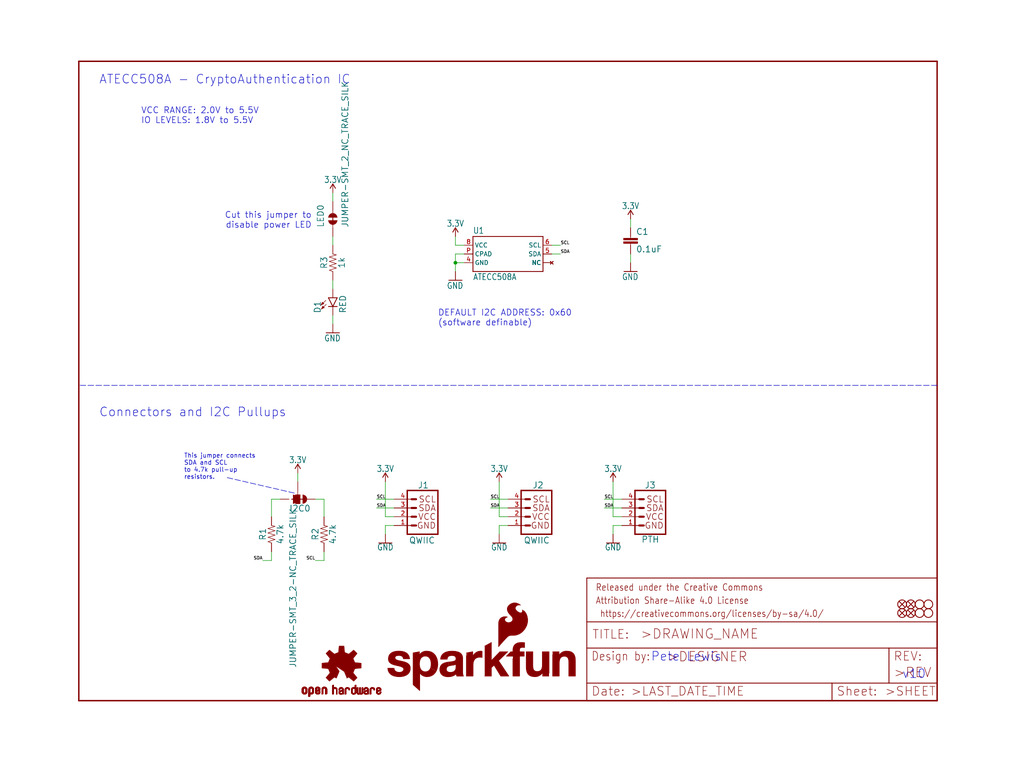
<source format=kicad_sch>
(kicad_sch (version 20211123) (generator eeschema)
  (paper "User" 297.002 223.926)
  (lib_symbols
    (symbol "schematicEagle-eagle-import:0.1UF-0603-25V-(+80{slash}-20%)"
      (property "Reference" "C" (at 1.524 2.921 0))
      (property "Value" "0.1UF-0603-25V-(+80{slash}-20%)" (at 1.524 -2.159 0))
      (symbol "0.1UF-0603-25V-(+80{slash}-20%)_1_0"
        (pin passive line (at 0 5.08 270) (length 2.54) (name "1") (number "1"))
        (pin passive line (at 0 -2.54 90) (length 2.54) (name "2") (number "2"))
      )
    )
    (symbol "schematicEagle-eagle-import:1KOHM-0603-1{slash}10W-1%"
      (property "Reference" "R" (at 0 1.524 0))
      (property "Value" "1KOHM-0603-1{slash}10W-1%" (at 0 -1.524 0))
      (symbol "1KOHM-0603-1{slash}10W-1%_1_0"
        (pin passive line (at -5.08 0 0) (length 2.54) (name "1") (number "1"))
        (pin passive line (at 5.08 0 180) (length 2.54) (name "2") (number "2"))
      )
    )
    (symbol "schematicEagle-eagle-import:3.3V" (power)
      (property "Value" "3.3V" (at 0 2.794 0))
      (symbol "3.3V_1_0"
        (pin power_in line (at 0 0 90) (length 2.54) (name "3.3V") (number "1"))
      )
    )
    (symbol "schematicEagle-eagle-import:4.7KOHM-0603-1{slash}10W-1%"
      (property "Reference" "R" (at 0 1.524 0))
      (property "Value" "4.7KOHM-0603-1{slash}10W-1%" (at 0 -1.524 0))
      (symbol "4.7KOHM-0603-1{slash}10W-1%_1_0"
        (pin passive line (at -5.08 0 0) (length 2.54) (name "1") (number "1"))
        (pin passive line (at 5.08 0 180) (length 2.54) (name "2") (number "2"))
      )
    )
    (symbol "schematicEagle-eagle-import:ATECC508AUDFN_2X3MM"
      (property "Reference" "ECC" (at -10.16 5.842 0))
      (property "Value" "ATECC508AUDFN_2X3MM" (at -10.16 -7.62 0))
      (symbol "ATECC508AUDFN_2X3MM_1_0"
        (pin no_connect line (at 12.7 -2.54 180) (length 2.54) (name "NC") (number "1"))
        (pin no_connect line (at 12.7 -2.54 180) (length 2.54) (name "NC") (number "2"))
        (pin no_connect line (at 12.7 -2.54 180) (length 2.54) (name "NC") (number "3"))
        (pin power_in line (at -12.7 -2.54 0) (length 2.54) (name "GND") (number "4"))
        (pin bidirectional line (at 12.7 0 180) (length 2.54) (name "SDA") (number "5"))
        (pin bidirectional line (at 12.7 2.54 180) (length 2.54) (name "SCL") (number "6"))
        (pin no_connect line (at 12.7 -2.54 180) (length 2.54) (name "NC") (number "7"))
        (pin power_in line (at -12.7 2.54 0) (length 2.54) (name "VCC") (number "8"))
        (pin power_in line (at -12.7 0 0) (length 2.54) (name "CPAD") (number "P"))
      )
    )
    (symbol "schematicEagle-eagle-import:FIDUCIAL1X2")
    (symbol "schematicEagle-eagle-import:FRAME-LETTER"
      (symbol "FRAME-LETTER_2_0"
        (text " https://creativecommons.org/licenses/by-sa/4.0/" (at 2.54 24.13 0) (effects (font (size 1.9304 1.6408)) (justify left bottom)))
        (text ">DESIGNER" (at 23.114 11.176 0) (effects (font (size 2.7432 2.7432)) (justify left bottom)))
        (text ">DRAWING_NAME" (at 15.494 17.78 0) (effects (font (size 2.7432 2.7432)) (justify left bottom)))
        (text ">LAST_DATE_TIME" (at 12.7 1.27 0) (effects (font (size 2.54 2.54)) (justify left bottom)))
        (text ">REV" (at 88.9 6.604 0) (effects (font (size 2.7432 2.7432)) (justify left bottom)))
        (text ">SHEET" (at 86.36 1.27 0) (effects (font (size 2.54 2.54)) (justify left bottom)))
        (text "Attribution Share-Alike 4.0 License" (at 2.54 27.94 0) (effects (font (size 1.9304 1.6408)) (justify left bottom)))
        (text "Date:" (at 1.27 1.27 0) (effects (font (size 2.54 2.54)) (justify left bottom)))
        (text "Design by:" (at 1.27 11.43 0) (effects (font (size 2.54 2.159)) (justify left bottom)))
        (text "Released under the Creative Commons" (at 2.54 31.75 0) (effects (font (size 1.9304 1.6408)) (justify left bottom)))
        (text "REV:" (at 88.9 11.43 0) (effects (font (size 2.54 2.54)) (justify left bottom)))
        (text "Sheet:" (at 72.39 1.27 0) (effects (font (size 2.54 2.54)) (justify left bottom)))
        (text "TITLE:" (at 1.524 17.78 0) (effects (font (size 2.54 2.54)) (justify left bottom)))
      )
    )
    (symbol "schematicEagle-eagle-import:GND" (power)
      (property "Value" "GND" (at 0 -0.254 0))
      (symbol "GND_1_0"
        (pin power_in line (at 0 2.54 270) (length 2.54) (name "GND") (number "1"))
      )
    )
    (symbol "schematicEagle-eagle-import:I2C_STANDARDQWIIC"
      (property "Reference" "J" (at -5.08 7.874 0))
      (property "Value" "I2C_STANDARDQWIIC" (at -5.08 -5.334 0))
      (symbol "I2C_STANDARDQWIIC_1_0"
        (text "GND" (at -4.572 -2.54 0) (effects (font (size 1.778 1.778)) (justify left)))
        (text "SCL" (at -4.572 5.08 0) (effects (font (size 1.778 1.778)) (justify left)))
        (text "SDA" (at -4.572 2.54 0) (effects (font (size 1.778 1.778)) (justify left)))
        (text "VCC" (at -4.572 0 0) (effects (font (size 1.778 1.778)) (justify left)))
        (pin power_in line (at 7.62 -2.54 180) (length 5.08) (name "1") (number "1"))
        (pin power_in line (at 7.62 0 180) (length 5.08) (name "2") (number "2"))
        (pin passive line (at 7.62 2.54 180) (length 5.08) (name "3") (number "3"))
        (pin passive line (at 7.62 5.08 180) (length 5.08) (name "4") (number "4"))
      )
    )
    (symbol "schematicEagle-eagle-import:I2C_STANDARD_NO_SILK"
      (property "Reference" "J" (at -5.08 7.874 0))
      (property "Value" "I2C_STANDARD_NO_SILK" (at -5.08 -5.334 0))
      (symbol "I2C_STANDARD_NO_SILK_1_0"
        (text "GND" (at -4.572 -2.54 0) (effects (font (size 1.778 1.778)) (justify left)))
        (text "SCL" (at -4.572 5.08 0) (effects (font (size 1.778 1.778)) (justify left)))
        (text "SDA" (at -4.572 2.54 0) (effects (font (size 1.778 1.778)) (justify left)))
        (text "VCC" (at -4.572 0 0) (effects (font (size 1.778 1.778)) (justify left)))
        (pin power_in line (at 7.62 -2.54 180) (length 5.08) (name "1") (number "1"))
        (pin power_in line (at 7.62 0 180) (length 5.08) (name "2") (number "2"))
        (pin passive line (at 7.62 2.54 180) (length 5.08) (name "3") (number "3"))
        (pin passive line (at 7.62 5.08 180) (length 5.08) (name "4") (number "4"))
      )
    )
    (symbol "schematicEagle-eagle-import:JUMPER-SMT_2_NC_TRACE_SILK"
      (property "Reference" "JP" (at -2.54 2.54 0))
      (property "Value" "JUMPER-SMT_2_NC_TRACE_SILK" (at -2.54 -2.54 0))
      (symbol "JUMPER-SMT_2_NC_TRACE_SILK_1_0"
        (pin passive line (at -5.08 0 0) (length 2.54) (name "1") (number "1"))
        (pin passive line (at 5.08 0 180) (length 2.54) (name "2") (number "2"))
      )
    )
    (symbol "schematicEagle-eagle-import:JUMPER-SMT_3_2-NC_TRACE_SILK"
      (property "Reference" "JP" (at 2.54 0.381 0))
      (property "Value" "JUMPER-SMT_3_2-NC_TRACE_SILK" (at 2.54 -0.381 0))
      (symbol "JUMPER-SMT_3_2-NC_TRACE_SILK_1_0"
        (pin passive line (at 0 5.08 270) (length 2.54) (name "1") (number "1"))
        (pin passive line (at -5.08 0 0) (length 2.54) (name "2") (number "2"))
        (pin passive line (at 0 -5.08 90) (length 2.54) (name "3") (number "3"))
      )
    )
    (symbol "schematicEagle-eagle-import:LED-RED0603"
      (property "Reference" "D" (at -3.429 -4.572 90))
      (property "Value" "LED-RED0603" (at 1.905 -4.572 90))
      (symbol "LED-RED0603_1_0"
        (pin passive line (at 0 2.54 270) (length 2.54) (name "A") (number "A"))
        (pin passive line (at 0 -5.08 90) (length 2.54) (name "C") (number "C"))
      )
    )
    (symbol "schematicEagle-eagle-import:OSHW-LOGOS")
    (symbol "schematicEagle-eagle-import:SFE_LOGO_NAME_FLAME.1_INCH")
    (symbol "schematicEagle-eagle-import:STAND-OFF")
  )
  (junction (at 132.08 76.2))
  (wire (pts (xy 177.8 149.86) (xy 177.8 139.7)))
  (wire (pts (xy 132.08 76.2) (xy 132.08 78.74)))
  (wire (pts (xy 177.8 152.4) (xy 177.8 154.94)))
  (wire (pts (xy 180.34 144.78) (xy 175.26 144.78)))
  (polyline (pts (xy 271.78 111.76) (xy 22.86 111.76)))
  (wire (pts (xy 96.52 68.58) (xy 96.52 71.12)))
  (polyline (pts (xy 85.344 143.002) (xy 65.532 138.43)))
  (wire (pts (xy 93.98 160.02) (xy 93.98 162.56)))
  (wire (pts (xy 132.08 73.66) (xy 132.08 76.2)))
  (wire (pts (xy 114.3 149.86) (xy 111.76 149.86)))
  (wire (pts (xy 147.32 149.86) (xy 144.78 149.86)))
  (wire (pts (xy 144.78 149.86) (xy 144.78 139.7)))
  (wire (pts (xy 93.98 144.78) (xy 91.44 144.78)))
  (wire (pts (xy 160.02 71.12) (xy 162.56 71.12)))
  (wire (pts (xy 147.32 144.78) (xy 142.24 144.78)))
  (wire (pts (xy 78.74 144.78) (xy 81.28 144.78)))
  (wire (pts (xy 180.34 149.86) (xy 177.8 149.86)))
  (wire (pts (xy 111.76 152.4) (xy 111.76 154.94)))
  (wire (pts (xy 114.3 152.4) (xy 111.76 152.4)))
  (wire (pts (xy 78.74 160.02) (xy 78.74 162.56)))
  (wire (pts (xy 78.74 149.86) (xy 78.74 144.78)))
  (wire (pts (xy 93.98 149.86) (xy 93.98 144.78)))
  (wire (pts (xy 114.3 147.32) (xy 109.22 147.32)))
  (wire (pts (xy 160.02 73.66) (xy 162.56 73.66)))
  (wire (pts (xy 132.08 71.12) (xy 132.08 68.58)))
  (wire (pts (xy 114.3 144.78) (xy 109.22 144.78)))
  (wire (pts (xy 147.32 147.32) (xy 142.24 147.32)))
  (wire (pts (xy 111.76 149.86) (xy 111.76 139.7)))
  (wire (pts (xy 86.36 137.16) (xy 86.36 139.7)))
  (wire (pts (xy 144.78 152.4) (xy 144.78 154.94)))
  (wire (pts (xy 134.62 76.2) (xy 132.08 76.2)))
  (wire (pts (xy 180.34 147.32) (xy 175.26 147.32)))
  (wire (pts (xy 134.62 71.12) (xy 132.08 71.12)))
  (wire (pts (xy 93.98 162.56) (xy 91.44 162.56)))
  (wire (pts (xy 96.52 55.88) (xy 96.52 58.42)))
  (wire (pts (xy 182.88 66.04) (xy 182.88 63.5)))
  (wire (pts (xy 182.88 76.2) (xy 182.88 73.66)))
  (wire (pts (xy 76.2 162.56) (xy 78.74 162.56)))
  (wire (pts (xy 96.52 81.28) (xy 96.52 83.82)))
  (wire (pts (xy 180.34 152.4) (xy 177.8 152.4)))
  (wire (pts (xy 147.32 152.4) (xy 144.78 152.4)))
  (wire (pts (xy 134.62 73.66) (xy 132.08 73.66)))
  (wire (pts (xy 96.52 91.44) (xy 96.52 93.98)))
  (text "VCC RANGE: 2.0V to 5.5V\nIO LEVELS: 1.8V to 5.5V" (at 40.894 36.068 180) (effects (font (size 1.778 1.778)) (justify left bottom)))
  (text "Pete Lewis" (at 188.722 192.024 180) (effects (font (size 2.54 2.54)) (justify left bottom)))
  (text "ATECC508A - CryptoAuthentication IC" (at 28.702 24.638 180) (effects (font (size 2.54 2.54)) (justify left bottom)))
  (text "Cut this jumper to\ndisable power LED" (at 90.424 61.468 180) (effects (font (size 1.778 1.778)) (justify right top)))
  (text "DEFAULT I2C ADDRESS: 0x60\n(software definable)" (at 127 94.742 180) (effects (font (size 1.778 1.778)) (justify left bottom)))
  (text "Connectors and I2C Pullups" (at 28.702 121.158 180) (effects (font (size 2.54 2.54)) (justify left bottom)))
  (text "v10" (at 261.62 195.58 180) (effects (font (size 2.54 2.54)) (justify left)))
  (text "This jumper connects\nSDA and SCL\nto 4.7k pull-up\nresistors." (at 53.34 135.382 0) (effects (font (size 1.27 1.27)) (justify left)))
  (label "SDA" (at 109.22 147.32 0) (effects (font (size 0.889 0.889))))
  (label "SDA" (at 162.56 73.66 0) (effects (font (size 0.889 0.889))))
  (label "SCL" (at 142.24 144.78 0) (effects (font (size 0.889 0.889))))
  (label "SCL" (at 91.44 162.56 180) (effects (font (size 0.889 0.889))))
  (label "SCL" (at 109.22 144.78 0) (effects (font (size 0.889 0.889))))
  (label "SCL" (at 175.26 144.78 0) (effects (font (size 0.889 0.889))))
  (label "SDA" (at 142.24 147.32 0) (effects (font (size 0.889 0.889))))
  (label "SDA" (at 76.2 162.56 180) (effects (font (size 0.889 0.889))))
  (label "SDA" (at 175.26 147.32 0) (effects (font (size 0.889 0.889))))
  (label "SCL" (at 162.56 71.12 0) (effects (font (size 0.889 0.889))))
  (symbol (lib_id "schematicEagle-eagle-import:3.3V") (at 144.78 139.7 0) (mirror y) (unit 1)
    (property "Reference" "#SUPPLY4" (effects hide))
    (property "Value" "3.3V" (at 144.78 136.906 0) (effects (font (size 1.778 1.5113)) (justify bottom)))
    (property "Footprint" "schematicEagle:" (effects hide))
  )
  (symbol (lib_id "schematicEagle-eagle-import:GND") (at 132.08 81.28 0) (unit 1)
    (property "Reference" "#GND8" (effects hide))
    (property "Value" "GND" (at 129.54 83.82 0) (effects (font (size 1.778 1.5113)) (justify left bottom)))
    (property "Footprint" "schematicEagle:" (effects hide))
  )
  (symbol (lib_id "schematicEagle-eagle-import:OSHW-LOGOS") (at 99.06 193.04 0) (unit 1)
    (property "Reference" "LOGO4" (effects hide))
    (property "Value" "OSHW-LOGOS" (effects hide))
    (property "Footprint" "schematicEagle:OSHW-LOGO-S" (effects hide))
  )
  (symbol (lib_id "schematicEagle-eagle-import:ATECC508AUDFN_2X3MM") (at 147.32 73.66 0) (unit 1)
    (property "Reference" "U1" (at 137.16 67.818 0) (effects (font (size 1.778 1.5113)) (justify left bottom)))
    (property "Value" "ATECC508A" (at 137.16 81.28 0) (effects (font (size 1.778 1.5113)) (justify left bottom)))
    (property "Footprint" "schematicEagle:UDFN_2X3MM" (effects hide))
  )
  (symbol (lib_id "schematicEagle-eagle-import:GND") (at 182.88 78.74 0) (unit 1)
    (property "Reference" "#GND9" (effects hide))
    (property "Value" "GND" (at 180.34 81.28 0) (effects (font (size 1.778 1.5113)) (justify left bottom)))
    (property "Footprint" "schematicEagle:" (effects hide))
  )
  (symbol (lib_id "schematicEagle-eagle-import:LED-RED0603") (at 96.52 86.36 0) (unit 1)
    (property "Reference" "D1" (at 93.091 90.932 90) (effects (font (size 1.778 1.778)) (justify left bottom)))
    (property "Value" "RED" (at 98.425 90.932 90) (effects (font (size 1.778 1.778)) (justify left top)))
    (property "Footprint" "schematicEagle:LED-0603" (effects hide))
  )
  (symbol (lib_id "schematicEagle-eagle-import:3.3V") (at 177.8 139.7 0) (mirror y) (unit 1)
    (property "Reference" "#SUPPLY1" (effects hide))
    (property "Value" "3.3V" (at 177.8 136.906 0) (effects (font (size 1.778 1.5113)) (justify bottom)))
    (property "Footprint" "schematicEagle:" (effects hide))
  )
  (symbol (lib_id "schematicEagle-eagle-import:GND") (at 144.78 157.48 0) (mirror y) (unit 1)
    (property "Reference" "#GND1" (effects hide))
    (property "Value" "GND" (at 144.78 157.734 0) (effects (font (size 1.778 1.5113)) (justify top)))
    (property "Footprint" "schematicEagle:" (effects hide))
  )
  (symbol (lib_id "schematicEagle-eagle-import:STAND-OFF") (at 266.7 177.8 0) (unit 1)
    (property "Reference" "H2" (effects hide))
    (property "Value" "STAND-OFF" (effects hide))
    (property "Footprint" "schematicEagle:STAND-OFF" (effects hide))
  )
  (symbol (lib_id "schematicEagle-eagle-import:GND") (at 111.76 157.48 0) (mirror y) (unit 1)
    (property "Reference" "#GND18" (effects hide))
    (property "Value" "GND" (at 111.76 157.734 0) (effects (font (size 1.778 1.5113)) (justify top)))
    (property "Footprint" "schematicEagle:" (effects hide))
  )
  (symbol (lib_id "schematicEagle-eagle-import:3.3V") (at 111.76 139.7 0) (mirror y) (unit 1)
    (property "Reference" "#SUPPLY21" (effects hide))
    (property "Value" "3.3V" (at 111.76 136.906 0) (effects (font (size 1.778 1.5113)) (justify bottom)))
    (property "Footprint" "schematicEagle:" (effects hide))
  )
  (symbol (lib_id "schematicEagle-eagle-import:FIDUCIAL1X2") (at 264.16 175.26 0) (unit 1)
    (property "Reference" "FD3" (effects hide))
    (property "Value" "FIDUCIAL1X2" (effects hide))
    (property "Footprint" "schematicEagle:FIDUCIAL-1X2" (effects hide))
  )
  (symbol (lib_id "schematicEagle-eagle-import:I2C_STANDARD_NO_SILK") (at 187.96 149.86 0) (mirror y) (unit 1)
    (property "Reference" "J3" (at 190.246 141.732 0) (effects (font (size 1.778 1.778)) (justify left bottom)))
    (property "Value" "PTH" (at 191.262 155.448 0) (effects (font (size 1.778 1.778)) (justify left top)))
    (property "Footprint" "schematicEagle:1X04_NO_SILK" (effects hide))
  )
  (symbol (lib_id "schematicEagle-eagle-import:3.3V") (at 96.52 55.88 0) (unit 1)
    (property "Reference" "#SUPPLY6" (effects hide))
    (property "Value" "3.3V" (at 96.52 53.086 0) (effects (font (size 1.778 1.5113)) (justify bottom)))
    (property "Footprint" "schematicEagle:" (effects hide))
  )
  (symbol (lib_id "schematicEagle-eagle-import:3.3V") (at 182.88 63.5 0) (unit 1)
    (property "Reference" "#SUPPLY14" (effects hide))
    (property "Value" "3.3V" (at 182.88 60.706 0) (effects (font (size 1.778 1.5113)) (justify bottom)))
    (property "Footprint" "schematicEagle:" (effects hide))
  )
  (symbol (lib_id "schematicEagle-eagle-import:1KOHM-0603-1{slash}10W-1%") (at 96.52 76.2 90) (unit 1)
    (property "Reference" "R3" (at 94.996 76.2 0) (effects (font (size 1.778 1.778)) (justify bottom)))
    (property "Value" "1k" (at 98.044 76.2 0) (effects (font (size 1.778 1.778)) (justify top)))
    (property "Footprint" "schematicEagle:0603" (effects hide))
  )
  (symbol (lib_id "schematicEagle-eagle-import:FIDUCIAL1X2") (at 261.62 175.26 0) (unit 1)
    (property "Reference" "FD2" (effects hide))
    (property "Value" "FIDUCIAL1X2" (effects hide))
    (property "Footprint" "schematicEagle:FIDUCIAL-1X2" (effects hide))
  )
  (symbol (lib_id "schematicEagle-eagle-import:GND") (at 96.52 96.52 0) (unit 1)
    (property "Reference" "#GND3" (effects hide))
    (property "Value" "GND" (at 93.98 99.06 0) (effects (font (size 1.778 1.5113)) (justify left bottom)))
    (property "Footprint" "schematicEagle:" (effects hide))
  )
  (symbol (lib_id "schematicEagle-eagle-import:4.7KOHM-0603-1{slash}10W-1%") (at 78.74 154.94 90) (unit 1)
    (property "Reference" "R1" (at 77.216 154.94 0) (effects (font (size 1.778 1.778)) (justify bottom)))
    (property "Value" "4.7k" (at 80.264 154.94 0) (effects (font (size 1.778 1.778)) (justify top)))
    (property "Footprint" "schematicEagle:0603" (effects hide))
  )
  (symbol (lib_id "schematicEagle-eagle-import:FRAME-LETTER") (at 170.18 203.2 0) (unit 2)
    (property "Reference" "FRAME1" (effects hide))
    (property "Value" "FRAME-LETTER" (effects hide))
    (property "Footprint" "schematicEagle:CREATIVE_COMMONS" (effects hide))
  )
  (symbol (lib_id "schematicEagle-eagle-import:FRAME-LETTER") (at 22.86 203.2 0) (unit 1)
    (property "Reference" "FRAME1" (effects hide))
    (property "Value" "FRAME-LETTER" (effects hide))
    (property "Footprint" "schematicEagle:CREATIVE_COMMONS" (effects hide))
  )
  (symbol (lib_id "schematicEagle-eagle-import:GND") (at 177.8 157.48 0) (mirror y) (unit 1)
    (property "Reference" "#GND4" (effects hide))
    (property "Value" "GND" (at 177.8 157.734 0) (effects (font (size 1.778 1.5113)) (justify top)))
    (property "Footprint" "schematicEagle:" (effects hide))
  )
  (symbol (lib_id "schematicEagle-eagle-import:FIDUCIAL1X2") (at 264.16 177.8 0) (unit 1)
    (property "Reference" "FD4" (effects hide))
    (property "Value" "FIDUCIAL1X2" (effects hide))
    (property "Footprint" "schematicEagle:FIDUCIAL-1X2" (effects hide))
  )
  (symbol (lib_id "schematicEagle-eagle-import:I2C_STANDARDQWIIC") (at 154.94 149.86 0) (mirror y) (unit 1)
    (property "Reference" "J2" (at 157.734 141.732 0) (effects (font (size 1.778 1.778)) (justify left bottom)))
    (property "Value" "QWIIC" (at 159.512 155.702 0) (effects (font (size 1.778 1.778)) (justify left top)))
    (property "Footprint" "schematicEagle:JST04_1MM_RA" (effects hide))
  )
  (symbol (lib_id "schematicEagle-eagle-import:3.3V") (at 86.36 137.16 0) (unit 1)
    (property "Reference" "#SUPPLY18" (effects hide))
    (property "Value" "3.3V" (at 86.36 134.366 0) (effects (font (size 1.778 1.5113)) (justify bottom)))
    (property "Footprint" "schematicEagle:" (effects hide))
  )
  (symbol (lib_id "schematicEagle-eagle-import:0.1UF-0603-25V-(+80{slash}-20%)") (at 182.88 71.12 0) (unit 1)
    (property "Reference" "C1" (at 184.404 68.199 0) (effects (font (size 1.778 1.778)) (justify left bottom)))
    (property "Value" "0.1uF" (at 184.404 73.279 0) (effects (font (size 1.778 1.778)) (justify left bottom)))
    (property "Footprint" "schematicEagle:0603" (effects hide))
  )
  (symbol (lib_id "schematicEagle-eagle-import:SFE_LOGO_NAME_FLAME.1_INCH") (at 111.76 200.66 0) (unit 1)
    (property "Reference" "LOGO1" (effects hide))
    (property "Value" "SFE_LOGO_NAME_FLAME.1_INCH" (effects hide))
    (property "Footprint" "schematicEagle:SFE_LOGO_NAME_FLAME_.1" (effects hide))
  )
  (symbol (lib_id "schematicEagle-eagle-import:I2C_STANDARDQWIIC") (at 121.92 149.86 0) (mirror y) (unit 1)
    (property "Reference" "J1" (at 124.46 141.732 0) (effects (font (size 1.778 1.778)) (justify left bottom)))
    (property "Value" "QWIIC" (at 126.238 155.702 0) (effects (font (size 1.778 1.778)) (justify left top)))
    (property "Footprint" "schematicEagle:JST04_1MM_RA" (effects hide))
  )
  (symbol (lib_id "schematicEagle-eagle-import:3.3V") (at 132.08 68.58 0) (unit 1)
    (property "Reference" "#SUPPLY10" (effects hide))
    (property "Value" "3.3V" (at 132.08 65.786 0) (effects (font (size 1.778 1.5113)) (justify bottom)))
    (property "Footprint" "schematicEagle:" (effects hide))
  )
  (symbol (lib_id "schematicEagle-eagle-import:STAND-OFF") (at 266.7 175.26 0) (unit 1)
    (property "Reference" "H1" (effects hide))
    (property "Value" "STAND-OFF" (effects hide))
    (property "Footprint" "schematicEagle:STAND-OFF" (effects hide))
  )
  (symbol (lib_id "schematicEagle-eagle-import:FIDUCIAL1X2") (at 261.62 177.8 0) (unit 1)
    (property "Reference" "FD1" (effects hide))
    (property "Value" "FIDUCIAL1X2" (effects hide))
    (property "Footprint" "schematicEagle:FIDUCIAL-1X2" (effects hide))
  )
  (symbol (lib_id "schematicEagle-eagle-import:STAND-OFF") (at 269.24 175.26 0) (unit 1)
    (property "Reference" "H3" (effects hide))
    (property "Value" "STAND-OFF" (effects hide))
    (property "Footprint" "schematicEagle:STAND-OFF" (effects hide))
  )
  (symbol (lib_id "schematicEagle-eagle-import:JUMPER-SMT_3_2-NC_TRACE_SILK") (at 86.36 144.78 270) (unit 1)
    (property "Reference" "I2C0" (at 83.82 148.463 90) (effects (font (size 1.778 1.778)) (justify left bottom)))
    (property "Value" "JUMPER-SMT_3_2-NC_TRACE_SILK" (at 85.979 147.32 0) (effects (font (size 1.778 1.778)) (justify left top)))
    (property "Footprint" "schematicEagle:SMT-JUMPER_3_2-NC_TRACE_SILK" (effects hide))
  )
  (symbol (lib_id "schematicEagle-eagle-import:4.7KOHM-0603-1{slash}10W-1%") (at 93.98 154.94 90) (unit 1)
    (property "Reference" "R2" (at 92.456 154.94 0) (effects (font (size 1.778 1.778)) (justify bottom)))
    (property "Value" "4.7k" (at 95.504 154.94 0) (effects (font (size 1.778 1.778)) (justify top)))
    (property "Footprint" "schematicEagle:0603" (effects hide))
  )
  (symbol (lib_id "schematicEagle-eagle-import:STAND-OFF") (at 269.24 177.8 0) (unit 1)
    (property "Reference" "H4" (effects hide))
    (property "Value" "STAND-OFF" (effects hide))
    (property "Footprint" "schematicEagle:STAND-OFF" (effects hide))
  )
  (symbol (lib_id "schematicEagle-eagle-import:JUMPER-SMT_2_NC_TRACE_SILK") (at 96.52 63.5 90) (unit 1)
    (property "Reference" "LED0" (at 93.98 66.04 0) (effects (font (size 1.778 1.778)) (justify left bottom)))
    (property "Value" "JUMPER-SMT_2_NC_TRACE_SILK" (at 99.06 66.04 0) (effects (font (size 1.778 1.778)) (justify left top)))
    (property "Footprint" "schematicEagle:SMT-JUMPER_2_NC_TRACE_SILK" (effects hide))
  )
)
</source>
